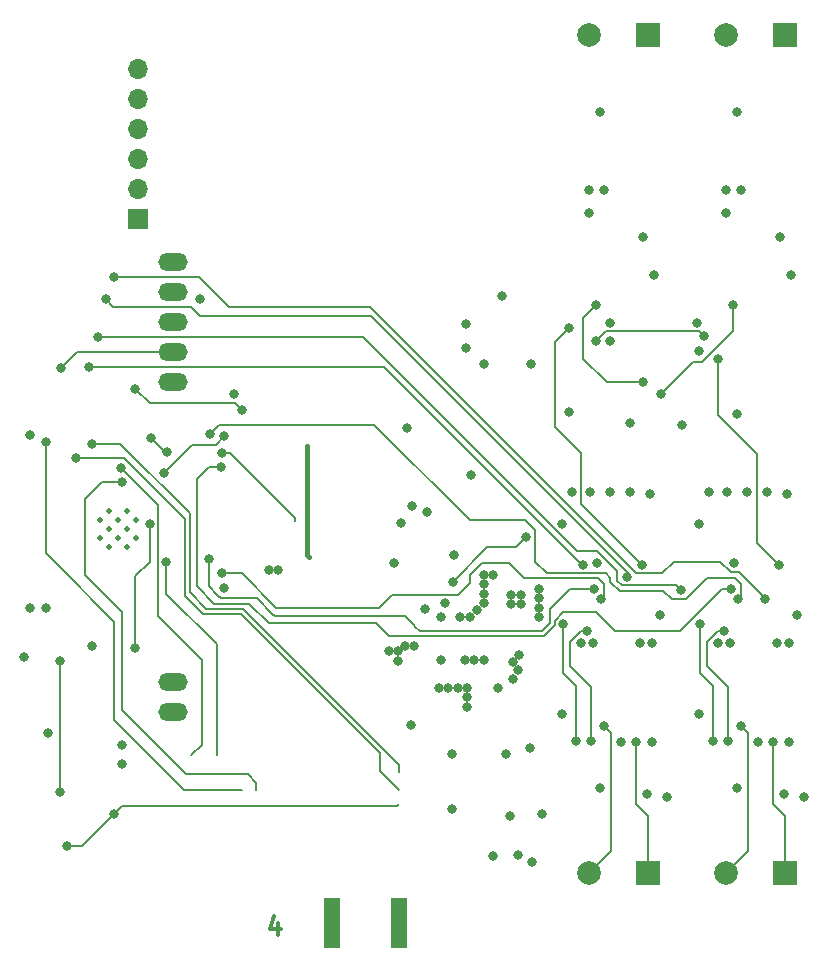
<source format=gbl>
%TF.GenerationSoftware,KiCad,Pcbnew,(6.0.11)*%
%TF.CreationDate,2023-03-05T15:40:12+01:00*%
%TF.ProjectId,OBSPro,4f425350-726f-42e6-9b69-6361645f7063,rev?*%
%TF.SameCoordinates,PX7270e00PY2255100*%
%TF.FileFunction,Copper,L4,Bot*%
%TF.FilePolarity,Positive*%
%FSLAX46Y46*%
G04 Gerber Fmt 4.6, Leading zero omitted, Abs format (unit mm)*
G04 Created by KiCad (PCBNEW (6.0.11)) date 2023-03-05 15:40:12*
%MOMM*%
%LPD*%
G01*
G04 APERTURE LIST*
%ADD10C,0.300000*%
%TA.AperFunction,NonConductor*%
%ADD11C,0.300000*%
%TD*%
%TA.AperFunction,SMDPad,CuDef*%
%ADD12R,1.350000X4.200000*%
%TD*%
%TA.AperFunction,ComponentPad*%
%ADD13R,1.700000X1.700000*%
%TD*%
%TA.AperFunction,ComponentPad*%
%ADD14O,1.700000X1.700000*%
%TD*%
%TA.AperFunction,ComponentPad*%
%ADD15O,2.500000X1.500000*%
%TD*%
%TA.AperFunction,ComponentPad*%
%ADD16R,2.000000X2.000000*%
%TD*%
%TA.AperFunction,ComponentPad*%
%ADD17C,2.000000*%
%TD*%
%TA.AperFunction,HeatsinkPad*%
%ADD18C,0.475000*%
%TD*%
%TA.AperFunction,ViaPad*%
%ADD19C,0.800000*%
%TD*%
%TA.AperFunction,Conductor*%
%ADD20C,0.400000*%
%TD*%
%TA.AperFunction,Conductor*%
%ADD21C,0.200000*%
%TD*%
G04 APERTURE END LIST*
D10*
D11*
X22485714Y-81878571D02*
X22485714Y-82878571D01*
X22128571Y-81307142D02*
X21771428Y-82378571D01*
X22700000Y-82378571D01*
D12*
%TO.P,REF\u002A\u002A,2*%
%TO.N,N/C*%
X32725000Y-81900000D03*
X27075000Y-81900000D03*
%TD*%
D13*
%TO.P,J4,1,Pin_1*%
%TO.N,+3V3*%
X10600000Y-22300000D03*
D14*
%TO.P,J4,2,Pin_2*%
%TO.N,/Sensors/SWIM1*%
X10600000Y-19760000D03*
%TO.P,J4,3,Pin_3*%
%TO.N,/Sensors/SWIM2*%
X10600000Y-17220000D03*
%TO.P,J4,4,Pin_4*%
%TO.N,/Sensors/NRST1*%
X10600000Y-14680000D03*
%TO.P,J4,5,Pin_5*%
%TO.N,/Sensors/NRST2*%
X10600000Y-12140000D03*
%TO.P,J4,6,Pin_6*%
%TO.N,GND*%
X10600000Y-9600000D03*
%TD*%
D15*
%TO.P,J2,1,Pin_1*%
%TO.N,+3V3*%
X13600000Y-36100000D03*
%TO.P,J2,2,Pin_2*%
%TO.N,/Controller/SCL*%
X13600000Y-33560000D03*
%TO.P,J2,3,Pin_3*%
%TO.N,/Controller/BUTTON*%
X13600000Y-31020000D03*
%TO.P,J2,4,Pin_4*%
%TO.N,GND*%
X13600000Y-28480000D03*
%TO.P,J2,5,Pin_5*%
%TO.N,/Controller/SDA*%
X13600000Y-25940000D03*
%TD*%
D16*
%TO.P,LS1,1,1*%
%TO.N,Net-(LS1-Pad1)*%
X65400000Y-77700000D03*
D17*
%TO.P,LS1,2,2*%
%TO.N,Net-(LS1-Pad2)*%
X60400000Y-77700000D03*
%TD*%
D15*
%TO.P,BT1,1,+*%
%TO.N,+BATT*%
X13600000Y-63990000D03*
%TO.P,BT1,2,-*%
%TO.N,GND*%
X13600000Y-61450000D03*
%TD*%
D18*
%TO.P,U5,39,GND*%
%TO.N,GND*%
X8905000Y-47737500D03*
X10430000Y-47737500D03*
X10430000Y-49262500D03*
X8142500Y-50025000D03*
X7380000Y-49262500D03*
X9667500Y-46975000D03*
X9667500Y-48500000D03*
X9667500Y-50025000D03*
X8142500Y-46975000D03*
X8142500Y-48500000D03*
X7380000Y-47737500D03*
X8905000Y-49262500D03*
%TD*%
D16*
%TO.P,LS2,1,1*%
%TO.N,Net-(LS2-Pad1)*%
X65400000Y-6700000D03*
D17*
%TO.P,LS2,2,2*%
%TO.N,GND*%
X60400000Y-6700000D03*
%TD*%
D16*
%TO.P,LS3,1,1*%
%TO.N,Net-(LS3-Pad1)*%
X53800000Y-77700000D03*
D17*
%TO.P,LS3,2,2*%
%TO.N,Net-(LS3-Pad2)*%
X48800000Y-77700000D03*
%TD*%
D16*
%TO.P,LS4,1,1*%
%TO.N,Net-(LS4-Pad1)*%
X53800000Y-6700000D03*
D17*
%TO.P,LS4,2,2*%
%TO.N,GND*%
X48800000Y-6700000D03*
%TD*%
D19*
%TO.N,GND*%
X27100000Y-80300000D03*
X27100000Y-81900000D03*
X27100000Y-82700000D03*
X27100000Y-83500000D03*
X27100000Y-81100000D03*
X32700000Y-80300000D03*
X32700000Y-81100000D03*
X32700000Y-81900000D03*
X32700000Y-82700000D03*
X32700000Y-83500000D03*
X37900000Y-56000000D03*
X53100000Y-58200000D03*
X39100000Y-59600000D03*
X47400000Y-45400000D03*
X37400000Y-50700000D03*
X61300000Y-70500000D03*
X38800000Y-44000000D03*
X40700000Y-52400000D03*
X65300000Y-71000000D03*
X34900000Y-55300000D03*
X50600000Y-32600000D03*
X61700000Y-19800000D03*
X43900000Y-34600000D03*
X39900000Y-53200000D03*
X43800000Y-67100000D03*
X50600000Y-45400000D03*
X38300000Y-59600000D03*
X54100000Y-66600000D03*
X61300000Y-13200000D03*
X66400000Y-55800000D03*
X65900000Y-27000000D03*
X52300000Y-45400000D03*
X49700000Y-70500000D03*
X39900000Y-54800000D03*
X54800000Y-55800000D03*
X48100000Y-58200000D03*
X1500000Y-55200000D03*
X33700000Y-65100000D03*
X53700000Y-71000000D03*
X39900000Y-52400000D03*
X38400000Y-33200000D03*
X39300000Y-55400000D03*
X37200000Y-67600000D03*
X48900000Y-45400000D03*
X50100000Y-19800000D03*
X63900000Y-45400000D03*
X32900000Y-48000000D03*
X61100000Y-51400000D03*
X65700000Y-66600000D03*
X59000000Y-45400000D03*
X32300000Y-51400000D03*
X39900000Y-54000000D03*
X38700000Y-56000000D03*
X49700000Y-13200000D03*
X60400000Y-21800000D03*
X35040110Y-47099817D03*
X46500000Y-64200000D03*
X42800000Y-76100000D03*
X63100000Y-66600000D03*
X56700000Y-39700000D03*
X21700000Y-52000000D03*
X17900000Y-53500000D03*
X54300000Y-27000000D03*
X1500000Y-40600000D03*
X48800000Y-21800000D03*
X51500000Y-66600000D03*
X50600000Y-31100000D03*
X62200000Y-45400000D03*
X18700000Y-37075500D03*
X59700000Y-58200000D03*
X37200000Y-72200000D03*
X58100000Y-33500000D03*
X64700000Y-58200000D03*
X33800000Y-46600000D03*
X36300000Y-56000000D03*
X49500000Y-51400000D03*
X60500000Y-45400000D03*
X58100000Y-64200000D03*
X44000000Y-76700000D03*
X39900000Y-34600000D03*
X22500000Y-52000000D03*
X40700000Y-76200000D03*
X1000000Y-59400000D03*
X39900000Y-59600000D03*
X3000000Y-65800000D03*
X41800000Y-67600000D03*
X41100000Y-62000000D03*
X36300000Y-59600000D03*
%TO.N,+5V*%
X44600000Y-55200000D03*
X44600000Y-53600000D03*
X9300000Y-68400000D03*
X44600000Y-56000000D03*
X44600000Y-54400000D03*
X55400000Y-71200000D03*
X67000000Y-71200000D03*
%TO.N,+USB*%
X34000000Y-58400000D03*
X32600000Y-59700000D03*
X32600000Y-58900000D03*
X31900000Y-58900000D03*
X42100000Y-72800000D03*
X33200000Y-58400000D03*
%TO.N,+3V3*%
X38400000Y-31200000D03*
X36900000Y-62000000D03*
X15900000Y-29100000D03*
X33400000Y-40000000D03*
X61300000Y-38800000D03*
X57900000Y-31100000D03*
X37700000Y-62000000D03*
X52300000Y-39600000D03*
X65600000Y-45600000D03*
X38500000Y-63600000D03*
X46500000Y-48100000D03*
X9287500Y-66800000D03*
X44800000Y-72700000D03*
X58100000Y-48100000D03*
X41400000Y-28800000D03*
X2800000Y-55200000D03*
X36600000Y-54800000D03*
X47100000Y-38600000D03*
X36100000Y-62000000D03*
X6700000Y-58400000D03*
X54000000Y-45600000D03*
X38500000Y-62800000D03*
X38500000Y-62000000D03*
%TO.N,/Sensors/Vref*%
X49400000Y-32600000D03*
X58500000Y-32200000D03*
%TO.N,/Sensors/Ultrasonic1/V+*%
X65000000Y-23800000D03*
X65700000Y-58200000D03*
%TO.N,/Sensors/Ultrasonic1/V-*%
X60700000Y-58200000D03*
X60400000Y-19800000D03*
%TO.N,/Sensors/Ultrasonic1/SIGOUT*%
X54900000Y-37100000D03*
X61000000Y-29600000D03*
%TO.N,/Sensors/Ultrasonic2/V+*%
X53400000Y-23800000D03*
X54100000Y-58200000D03*
%TO.N,/Sensors/Ultrasonic2/V-*%
X49100000Y-58200000D03*
X48800000Y-19800000D03*
%TO.N,/Sensors/Ultrasonic2/SIGOUT*%
X53400000Y-36100000D03*
X49400000Y-29600000D03*
%TO.N,/Controller/SCL*%
X4100000Y-34900000D03*
%TO.N,/Controller/BUTTON*%
X10400000Y-36700000D03*
X19400000Y-38500000D03*
%TO.N,/Controller/SD_CMD*%
X2800000Y-41200000D03*
%TO.N,/Controller/SD_CLK*%
X11700000Y-40800000D03*
X13000000Y-51300000D03*
X13100000Y-42000000D03*
%TO.N,/Controller/SD_DAT0*%
X9200000Y-43400000D03*
%TO.N,/Sensors/SWIM1*%
X63700000Y-54500000D03*
X8600000Y-27200000D03*
%TO.N,/Sensors/SWIM2*%
X7900000Y-29100000D03*
X52000000Y-52600000D03*
%TO.N,/Sensors/NRST1*%
X56600000Y-53700000D03*
X7215500Y-32300000D03*
%TO.N,/Sensors/NRST2*%
X6500000Y-34800000D03*
X48300000Y-51600500D03*
%TO.N,Net-(LS1-Pad1)*%
X64400000Y-66600000D03*
%TO.N,Net-(LS1-Pad2)*%
X61700000Y-65200000D03*
%TO.N,Net-(LS3-Pad1)*%
X52800000Y-66600000D03*
%TO.N,Net-(LS3-Pad2)*%
X50100000Y-65200000D03*
%TO.N,/Controller/EN*%
X4000000Y-59700000D03*
X4000000Y-70800000D03*
%TO.N,/Controller/~USB_DTR*%
X4600000Y-75400000D03*
X8600000Y-72700000D03*
%TO.N,/Controller/GPIO0*%
X10400000Y-58600000D03*
X17900000Y-40700000D03*
X11604502Y-48087618D03*
X12800000Y-43800000D03*
%TO.N,/Controller/USB_RX*%
X5400000Y-42500000D03*
%TO.N,/Controller/USB_TX*%
X6700000Y-41300000D03*
%TO.N,/Controller/BTN_READ*%
X17700000Y-42100000D03*
%TO.N,/Sensors/Ultrasonic1/MUTE*%
X64900000Y-51600000D03*
X59700000Y-34100000D03*
%TO.N,/Sensors/Ultrasonic2/MUTE*%
X47100000Y-31500000D03*
X53300000Y-51600000D03*
%TO.N,TRIG2*%
X49200000Y-53600000D03*
X16600000Y-51100000D03*
%TO.N,ECHO2*%
X49800000Y-54500000D03*
X17700000Y-52300000D03*
%TO.N,TRIG1*%
X17600000Y-43300000D03*
X60800000Y-53600000D03*
%TO.N,ECHO1*%
X61400000Y-54500000D03*
X16700000Y-40500000D03*
%TO.N,/Controller/SD_CD*%
X9250000Y-44550000D03*
%TO.N,/Sensors/Ultrasonic1/TXN*%
X58200000Y-56600000D03*
X59300000Y-66500000D03*
%TO.N,/Sensors/Ultrasonic1/TXP*%
X60200000Y-57200000D03*
X60600000Y-66500000D03*
%TO.N,/Sensors/Ultrasonic2/TXN*%
X47700000Y-66500000D03*
X46600000Y-56600000D03*
%TO.N,/Sensors/Ultrasonic2/TXP*%
X49000000Y-66500000D03*
X48600000Y-57200000D03*
%TO.N,/Power Supply/SW*%
X42200000Y-54900000D03*
X43000000Y-54900000D03*
X42900000Y-59200000D03*
X42200000Y-54100000D03*
X42800000Y-60500000D03*
X42400000Y-61200000D03*
X43000000Y-54100000D03*
X42400000Y-59800000D03*
%TO.N,Net-(R7-Pad2)*%
X43500000Y-49200000D03*
X37300000Y-53000000D03*
%TD*%
D20*
%TO.N,+BATT*%
X24900000Y-41500000D02*
X24900000Y-50700000D01*
X24900000Y-50700000D02*
X25100000Y-50900000D01*
D21*
%TO.N,/Sensors/Vref*%
X49400000Y-32600000D02*
X50200000Y-31800000D01*
X58100000Y-31800000D02*
X58500000Y-32200000D01*
X50200000Y-31800000D02*
X58100000Y-31800000D01*
%TO.N,/Sensors/Ultrasonic1/SIGOUT*%
X54900000Y-37100000D02*
X57600000Y-34400000D01*
X58400000Y-34400000D02*
X61000000Y-31800000D01*
X61000000Y-31800000D02*
X61000000Y-29600000D01*
X57600000Y-34400000D02*
X58400000Y-34400000D01*
%TO.N,/Sensors/Ultrasonic2/SIGOUT*%
X48300000Y-32300000D02*
X48300000Y-30700000D01*
X48300000Y-34100000D02*
X48300000Y-32300000D01*
X48300000Y-30700000D02*
X49400000Y-29600000D01*
X50300000Y-36100000D02*
X48300000Y-34100000D01*
X53400000Y-36100000D02*
X50300000Y-36100000D01*
%TO.N,/Controller/SCL*%
X5440000Y-33560000D02*
X4100000Y-34900000D01*
X13500000Y-33560000D02*
X5440000Y-33560000D01*
%TO.N,/Controller/BUTTON*%
X18800000Y-37900000D02*
X11600000Y-37900000D01*
X19400000Y-38500000D02*
X18800000Y-37900000D01*
X11600000Y-37900000D02*
X10400000Y-36700000D01*
%TO.N,/Controller/SD_CMD*%
X3800000Y-51600000D02*
X2800000Y-50600000D01*
X8600000Y-56400000D02*
X3800000Y-51600000D01*
X11500000Y-67600000D02*
X8600000Y-64700000D01*
X8600000Y-64700000D02*
X8600000Y-58500000D01*
X19400000Y-70600000D02*
X14500000Y-70600000D01*
X8600000Y-58500000D02*
X8600000Y-56400000D01*
X14500000Y-70600000D02*
X11500000Y-67600000D01*
X2800000Y-50600000D02*
X2800000Y-41200000D01*
%TO.N,/Controller/SD_CLK*%
X13100000Y-42000000D02*
X12900000Y-42000000D01*
X17300000Y-58300000D02*
X17300000Y-67700000D01*
X13000000Y-54000000D02*
X17300000Y-58300000D01*
X12900000Y-42000000D02*
X11700000Y-40800000D01*
X13000000Y-51300000D02*
X13000000Y-54000000D01*
%TO.N,/Controller/SD_DAT0*%
X15100000Y-67700000D02*
X16000000Y-66800000D01*
X16000000Y-59600000D02*
X12300000Y-55900000D01*
X12300000Y-48382070D02*
X12304502Y-48377568D01*
X16000000Y-66800000D02*
X16000000Y-59600000D01*
X12304502Y-48377568D02*
X12304502Y-46504502D01*
X12304502Y-46504502D02*
X9200000Y-43400000D01*
X12300000Y-55900000D02*
X12300000Y-48382070D01*
%TO.N,/Sensors/SWIM1*%
X55000000Y-52300000D02*
X56000000Y-51300000D01*
X59900000Y-51300000D02*
X60800000Y-52200000D01*
X61500000Y-52200000D02*
X63700000Y-54400000D01*
X60800000Y-52200000D02*
X61500000Y-52200000D01*
X18350000Y-29750000D02*
X15800000Y-27200000D01*
X8600000Y-27200000D02*
X15800000Y-27200000D01*
X30250000Y-29750000D02*
X52800000Y-52300000D01*
X63700000Y-54400000D02*
X63700000Y-54500000D01*
X56000000Y-51300000D02*
X59900000Y-51300000D01*
X30250000Y-29750000D02*
X18350000Y-29750000D01*
X52800000Y-52300000D02*
X55000000Y-52300000D01*
%TO.N,/Sensors/SWIM2*%
X52100000Y-52500000D02*
X52000000Y-52600000D01*
X8500000Y-29700000D02*
X15100000Y-29700000D01*
X15900000Y-30500000D02*
X30300000Y-30500000D01*
X7900000Y-29100000D02*
X8500000Y-29700000D01*
X30300000Y-30500000D02*
X52100000Y-52300000D01*
X15100000Y-29700000D02*
X15900000Y-30500000D01*
X52100000Y-52300000D02*
X52100000Y-52500000D01*
%TO.N,/Sensors/NRST1*%
X49500000Y-50400000D02*
X51200000Y-52100000D01*
X51200000Y-52900000D02*
X51600000Y-53300000D01*
X51200000Y-52100000D02*
X51200000Y-52900000D01*
X47800000Y-50400000D02*
X49500000Y-50400000D01*
X51600000Y-53300000D02*
X56200000Y-53300000D01*
X56200000Y-53300000D02*
X56600000Y-53700000D01*
X7215500Y-32300000D02*
X29700000Y-32300000D01*
X29700000Y-32300000D02*
X47800000Y-50400000D01*
%TO.N,/Sensors/NRST2*%
X48300000Y-51600500D02*
X48200500Y-51600500D01*
X48200500Y-51600500D02*
X31400000Y-34800000D01*
X31400000Y-34800000D02*
X6500000Y-34800000D01*
%TO.N,Net-(LS1-Pad1)*%
X64400000Y-66600000D02*
X64400000Y-71800000D01*
X64400000Y-71800000D02*
X65400000Y-72800000D01*
X65400000Y-72800000D02*
X65400000Y-77700000D01*
%TO.N,Net-(LS1-Pad2)*%
X62300000Y-65800000D02*
X62300000Y-75800000D01*
X61700000Y-65200000D02*
X62300000Y-65800000D01*
X62300000Y-75800000D02*
X60400000Y-77700000D01*
%TO.N,Net-(LS3-Pad1)*%
X53800000Y-72800000D02*
X53800000Y-77700000D01*
X52800000Y-66600000D02*
X52800000Y-71800000D01*
X52800000Y-71800000D02*
X53800000Y-72800000D01*
%TO.N,Net-(LS3-Pad2)*%
X50100000Y-65200000D02*
X50700000Y-65800000D01*
X50700000Y-75800000D02*
X48800000Y-77700000D01*
X50700000Y-65800000D02*
X50700000Y-75800000D01*
%TO.N,/Controller/EN*%
X4000000Y-70800000D02*
X4000000Y-59700000D01*
%TO.N,/Controller/~USB_DTR*%
X4600000Y-75400000D02*
X5900000Y-75400000D01*
X32700000Y-71800000D02*
X32500000Y-72000000D01*
X32500000Y-72000000D02*
X9300000Y-72000000D01*
X9300000Y-72000000D02*
X8600000Y-72700000D01*
X5900000Y-75400000D02*
X8600000Y-72700000D01*
%TO.N,/Controller/GPIO0*%
X12800000Y-43800000D02*
X15200000Y-41400000D01*
X15200000Y-41400000D02*
X17200000Y-41400000D01*
X11604502Y-48087618D02*
X11600000Y-48092120D01*
X10400000Y-52500000D02*
X10400000Y-58600000D01*
X17200000Y-41400000D02*
X17900000Y-40700000D01*
X11600000Y-48092120D02*
X11600000Y-51300000D01*
X11600000Y-51300000D02*
X10400000Y-52500000D01*
%TO.N,/Controller/USB_RX*%
X31100000Y-69000000D02*
X31100000Y-67500000D01*
X14600000Y-47700000D02*
X9400000Y-42500000D01*
X19300000Y-55700000D02*
X16100000Y-55700000D01*
X9400000Y-42500000D02*
X5400000Y-42500000D01*
X31100000Y-67500000D02*
X19300000Y-55700000D01*
X14600000Y-54200000D02*
X14600000Y-47700000D01*
X32700000Y-70600000D02*
X31100000Y-69000000D01*
X16100000Y-55700000D02*
X14600000Y-54200000D01*
%TO.N,/Controller/USB_TX*%
X19465685Y-55300000D02*
X16400000Y-55300000D01*
X32700000Y-68534314D02*
X19465685Y-55300000D01*
X15000000Y-53900000D02*
X15000000Y-47200000D01*
X9100000Y-41300000D02*
X6700000Y-41300000D01*
X16400000Y-55300000D02*
X15000000Y-53900000D01*
X15000000Y-47200000D02*
X9100000Y-41300000D01*
X32700000Y-69100000D02*
X32700000Y-68534314D01*
%TO.N,/Controller/BTN_READ*%
X23900000Y-47600000D02*
X18400000Y-42100000D01*
X23900000Y-47900000D02*
X23900000Y-47600000D01*
X18400000Y-42100000D02*
X17700000Y-42100000D01*
%TO.N,/Sensors/Ultrasonic1/MUTE*%
X59700000Y-38900000D02*
X61800000Y-41000000D01*
X63000000Y-49700000D02*
X64900000Y-51600000D01*
X59700000Y-34100000D02*
X59700000Y-38900000D01*
X63000000Y-42200000D02*
X63000000Y-46400000D01*
X61800000Y-41000000D02*
X63000000Y-42200000D01*
X63000000Y-46400000D02*
X63000000Y-49700000D01*
%TO.N,/Sensors/Ultrasonic2/MUTE*%
X48100000Y-46400000D02*
X48100000Y-42100000D01*
X45900000Y-32700000D02*
X47100000Y-31500000D01*
X53300000Y-51600000D02*
X48100000Y-46400000D01*
X48100000Y-42100000D02*
X45900000Y-39900000D01*
X45900000Y-39900000D02*
X45900000Y-32700000D01*
%TO.N,TRIG2*%
X44800000Y-57200000D02*
X45500000Y-56500000D01*
X31800000Y-55900000D02*
X33200000Y-55900000D01*
X34500000Y-57200000D02*
X44800000Y-57200000D01*
X45500000Y-55300000D02*
X47200000Y-53600000D01*
X16600000Y-53400000D02*
X17400000Y-54200000D01*
X34100000Y-56800000D02*
X34500000Y-57200000D01*
X20700000Y-54400000D02*
X22000000Y-55700000D01*
X16600000Y-51100000D02*
X16600000Y-53400000D01*
X22000000Y-55700000D02*
X22200000Y-55900000D01*
X17400000Y-54200000D02*
X17600000Y-54400000D01*
X47200000Y-53600000D02*
X49200000Y-53600000D01*
X17600000Y-54400000D02*
X19300000Y-54400000D01*
X19300000Y-54400000D02*
X20700000Y-54400000D01*
X45500000Y-56500000D02*
X45500000Y-55300000D01*
X34000000Y-56700000D02*
X34100000Y-56800000D01*
X22200000Y-55900000D02*
X31800000Y-55900000D01*
X33200000Y-55900000D02*
X34000000Y-56700000D01*
%TO.N,ECHO2*%
X17700000Y-52300000D02*
X19400000Y-52300000D01*
X50100000Y-53200000D02*
X50100000Y-54200000D01*
X38700000Y-53100000D02*
X38700000Y-52400000D01*
X43300000Y-52700000D02*
X49600000Y-52700000D01*
X31000000Y-55200000D02*
X32100000Y-54100000D01*
X39700000Y-51400000D02*
X42000000Y-51400000D01*
X32100000Y-54100000D02*
X37700000Y-54100000D01*
X38700000Y-52400000D02*
X39700000Y-51400000D01*
X37700000Y-54100000D02*
X38700000Y-53100000D01*
X50100000Y-54200000D02*
X49800000Y-54500000D01*
X42000000Y-51400000D02*
X43300000Y-52700000D01*
X22300000Y-55200000D02*
X31000000Y-55200000D01*
X19400000Y-52300000D02*
X22300000Y-55200000D01*
X49600000Y-52700000D02*
X50100000Y-53200000D01*
%TO.N,TRIG1*%
X45000000Y-57600000D02*
X45900000Y-56700000D01*
X16600000Y-43300000D02*
X15600000Y-44300000D01*
X46600000Y-55600000D02*
X49400000Y-55600000D01*
X21700000Y-56500000D02*
X30800000Y-56500000D01*
X49400000Y-55600000D02*
X51000000Y-57200000D01*
X60100000Y-53600000D02*
X60800000Y-53600000D01*
X51000000Y-57200000D02*
X56500000Y-57200000D01*
X45900000Y-56300000D02*
X46600000Y-55600000D01*
X45900000Y-56700000D02*
X45900000Y-56300000D01*
X17600000Y-43300000D02*
X16600000Y-43300000D01*
X30800000Y-56500000D02*
X31900000Y-57600000D01*
X15600000Y-53400000D02*
X17050000Y-54850000D01*
X15600000Y-44300000D02*
X15600000Y-53400000D01*
X20050000Y-54850000D02*
X21700000Y-56500000D01*
X56500000Y-57200000D02*
X60100000Y-53600000D01*
X17050000Y-54850000D02*
X20050000Y-54850000D01*
X31900000Y-57600000D02*
X45000000Y-57600000D01*
%TO.N,ECHO1*%
X44200000Y-51300000D02*
X44200000Y-48600000D01*
X50600000Y-52700000D02*
X50200000Y-52300000D01*
X17500000Y-39700000D02*
X16700000Y-40500000D01*
X61400000Y-54500000D02*
X61700000Y-54200000D01*
X61700000Y-54200000D02*
X61700000Y-53200000D01*
X61200000Y-52700000D02*
X58800000Y-52700000D01*
X51400000Y-53800000D02*
X50600000Y-53000000D01*
X58800000Y-52700000D02*
X57000000Y-54500000D01*
X57000000Y-54500000D02*
X55800000Y-54500000D01*
X55800000Y-54500000D02*
X55100000Y-53800000D01*
X50200000Y-52300000D02*
X45200000Y-52300000D01*
X45200000Y-52300000D02*
X44200000Y-51300000D01*
X44200000Y-48600000D02*
X43400000Y-47800000D01*
X61700000Y-53200000D02*
X61200000Y-52700000D01*
X50600000Y-53000000D02*
X50600000Y-52700000D01*
X30600000Y-39700000D02*
X17500000Y-39700000D01*
X55100000Y-53800000D02*
X51400000Y-53800000D01*
X43400000Y-47800000D02*
X38700000Y-47800000D01*
X38700000Y-47800000D02*
X30600000Y-39700000D01*
%TO.N,/Controller/SD_CD*%
X9250000Y-44550000D02*
X7550000Y-44550000D01*
X7550000Y-44550000D02*
X6100000Y-46000000D01*
X20600000Y-70000000D02*
X20600000Y-70600000D01*
X19900000Y-69300000D02*
X20600000Y-70000000D01*
X6100000Y-46000000D02*
X6100000Y-52400000D01*
X6100000Y-52400000D02*
X9300000Y-55600000D01*
X9300000Y-63900000D02*
X14700000Y-69300000D01*
X14700000Y-69300000D02*
X19900000Y-69300000D01*
X9300000Y-55600000D02*
X9300000Y-63900000D01*
%TO.N,/Sensors/Ultrasonic1/TXN*%
X58200000Y-60700000D02*
X59300000Y-61800000D01*
X58200000Y-56600000D02*
X58200000Y-60700000D01*
X59300000Y-61800000D02*
X59300000Y-66500000D01*
%TO.N,/Sensors/Ultrasonic1/TXP*%
X60200000Y-57200000D02*
X59710050Y-57200000D01*
X58800000Y-60100000D02*
X60600000Y-61900000D01*
X59710050Y-57200000D02*
X58800000Y-58110050D01*
X60600000Y-61900000D02*
X60600000Y-66500000D01*
X58800000Y-58110050D02*
X58800000Y-60100000D01*
%TO.N,/Sensors/Ultrasonic2/TXN*%
X46600000Y-60700000D02*
X47700000Y-61800000D01*
X47700000Y-61800000D02*
X47700000Y-66500000D01*
X46600000Y-56600000D02*
X46600000Y-60700000D01*
%TO.N,/Sensors/Ultrasonic2/TXP*%
X49000000Y-61900000D02*
X49000000Y-66500000D01*
X47200000Y-60100000D02*
X49000000Y-61900000D01*
X48110050Y-57200000D02*
X47200000Y-58110050D01*
X48600000Y-57200000D02*
X48110050Y-57200000D01*
X47200000Y-58110050D02*
X47200000Y-60100000D01*
%TO.N,Net-(R7-Pad2)*%
X42600000Y-50100000D02*
X43500000Y-49200000D01*
X37300000Y-53000000D02*
X40200000Y-50100000D01*
X40200000Y-50100000D02*
X42600000Y-50100000D01*
%TD*%
M02*

</source>
